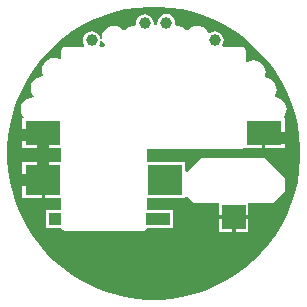
<source format=gbl>
G04 Layer_Physical_Order=2*
G04 Layer_Color=16711680*
%FSLAX25Y25*%
%MOIN*%
G70*
G01*
G75*
%ADD10C,0.03937*%
%ADD11C,0.00800*%
%ADD12R,0.11811X0.07874*%
%ADD13R,0.11811X0.09843*%
%ADD14R,0.07874X0.03937*%
%ADD15R,0.03937X0.03937*%
%ADD16R,0.07874X0.07874*%
%ADD17C,0.03937*%
%ADD18C,0.01000*%
G36*
X5841Y48419D02*
X9630Y47819D01*
X13360Y46924D01*
X17008Y45738D01*
X20553Y44270D01*
X23971Y42529D01*
X27242Y40524D01*
X30345Y38269D01*
X33262Y35778D01*
X35975Y33065D01*
X38466Y30148D01*
X40721Y27045D01*
X42726Y23774D01*
X44467Y20356D01*
X45935Y16812D01*
X47121Y13163D01*
X48016Y9433D01*
X48616Y5644D01*
X48917Y1820D01*
Y-2017D01*
X48616Y-5841D01*
X48016Y-9630D01*
X47121Y-13360D01*
X45935Y-17008D01*
X44467Y-20553D01*
X42726Y-23971D01*
X40721Y-27242D01*
X38466Y-30345D01*
X35975Y-33262D01*
X33262Y-35975D01*
X30345Y-38466D01*
X27242Y-40721D01*
X23971Y-42726D01*
X20553Y-44467D01*
X17008Y-45935D01*
X13360Y-47121D01*
X9630Y-48016D01*
X5841Y-48616D01*
X2017Y-48917D01*
X-1820D01*
X-5644Y-48616D01*
X-9433Y-48016D01*
X-13163Y-47121D01*
X-16812Y-45935D01*
X-20356Y-44467D01*
X-23774Y-42726D01*
X-27045Y-40721D01*
X-30148Y-38466D01*
X-33065Y-35975D01*
X-35778Y-33262D01*
X-38269Y-30345D01*
X-40524Y-27242D01*
X-42529Y-23971D01*
X-44270Y-20553D01*
X-45738Y-17008D01*
X-46924Y-13360D01*
X-47819Y-9630D01*
X-48419Y-5841D01*
X-48720Y-2017D01*
Y1820D01*
X-48419Y5644D01*
X-47819Y9433D01*
X-46924Y13163D01*
X-45738Y16812D01*
X-44270Y20356D01*
X-42529Y23774D01*
X-40524Y27045D01*
X-38269Y30148D01*
X-35778Y33065D01*
X-33065Y35778D01*
X-30148Y38269D01*
X-27045Y40524D01*
X-23774Y42529D01*
X-20356Y44270D01*
X-16812Y45738D01*
X-13163Y46924D01*
X-9433Y47819D01*
X-5644Y48419D01*
X-1820Y48720D01*
X2017D01*
X5841Y48419D01*
D02*
G37*
%LPC*%
G36*
X-37311Y-9457D02*
X-43716D01*
Y-14878D01*
X-37311D01*
Y-9457D01*
D02*
G37*
G36*
X31610Y-21858D02*
X27173D01*
Y-26295D01*
X31610D01*
Y-21858D01*
D02*
G37*
G36*
X26173D02*
X21736D01*
Y-26295D01*
X26173D01*
Y-21858D01*
D02*
G37*
G36*
X43716Y6095D02*
X37311D01*
Y1657D01*
X43716D01*
Y6095D01*
D02*
G37*
G36*
X4232Y46301D02*
X3457Y46199D01*
X2735Y45900D01*
X2115Y45424D01*
X1639Y44804D01*
X1340Y44082D01*
X1238Y43307D01*
X1292Y42896D01*
X915Y42511D01*
X379Y42504D01*
X-1Y42885D01*
X41Y43209D01*
X-61Y43984D01*
X-360Y44706D01*
X-836Y45326D01*
X-1456Y45802D01*
X-2178Y46101D01*
X-2953Y46203D01*
X-3728Y46101D01*
X-4450Y45802D01*
X-5070Y45326D01*
X-5546Y44706D01*
X-5845Y43984D01*
X-5947Y43209D01*
X-5911Y42933D01*
X-6234Y42471D01*
X-6307Y42461D01*
X-7265Y42335D01*
X-8227Y41937D01*
X-9053Y41303D01*
X-9380Y40877D01*
X-10010D01*
X-10337Y41303D01*
X-11163Y41937D01*
X-12124Y42335D01*
X-13156Y42471D01*
X-14188Y42335D01*
X-15150Y41937D01*
X-15975Y41303D01*
X-16609Y40478D01*
X-17007Y39516D01*
X-17143Y38484D01*
X-17007Y37452D01*
X-16609Y36491D01*
X-16136Y35874D01*
X-16382Y35374D01*
X-17830D01*
X-18077Y35874D01*
X-17978Y36003D01*
X-17679Y36725D01*
X-17577Y37500D01*
X-17679Y38275D01*
X-17978Y38997D01*
X-18454Y39617D01*
X-19074Y40093D01*
X-19796Y40392D01*
X-20571Y40494D01*
X-21346Y40392D01*
X-22068Y40093D01*
X-22688Y39617D01*
X-23164Y38997D01*
X-23463Y38275D01*
X-23565Y37500D01*
X-23463Y36725D01*
X-23164Y36003D01*
X-23065Y35874D01*
X-23311Y35374D01*
X-29528D01*
X-29994Y35281D01*
X-30390Y35016D01*
X-30655Y34620D01*
X-30748Y34154D01*
Y31335D01*
X-31248Y31140D01*
X-32137Y31508D01*
X-33169Y31644D01*
X-34201Y31508D01*
X-35163Y31110D01*
X-35988Y30477D01*
X-36622Y29651D01*
X-37020Y28689D01*
X-37156Y27657D01*
X-37020Y26626D01*
X-36773Y26028D01*
X-36808Y25905D01*
X-37102Y25517D01*
X-37941Y25406D01*
X-38903Y25008D01*
X-39729Y24374D01*
X-40362Y23549D01*
X-40760Y22587D01*
X-40896Y21555D01*
X-40760Y20523D01*
X-40362Y19562D01*
X-39944Y19017D01*
X-40215Y18548D01*
X-40256Y18554D01*
X-41288Y18418D01*
X-42249Y18020D01*
X-43075Y17386D01*
X-43709Y16560D01*
X-44107Y15599D01*
X-44243Y14567D01*
X-44107Y13535D01*
X-43709Y12573D01*
X-43293Y12032D01*
X-43539Y11531D01*
X-43815D01*
Y7095D01*
X-36909D01*
Y6594D01*
X-36409D01*
Y1657D01*
X-30748D01*
Y-3035D01*
X-36311D01*
Y-8957D01*
Y-14878D01*
X-30748D01*
Y-19031D01*
X-35842D01*
Y-24969D01*
X-30711D01*
X-30666Y-25193D01*
X-30445Y-25524D01*
X-30399Y-25555D01*
X-30390Y-25568D01*
X-29994Y-25832D01*
X-29528Y-25925D01*
X-3248D01*
X-2781Y-25832D01*
X-2385Y-25568D01*
X-2121Y-25172D01*
X-2080Y-24969D01*
X6512D01*
Y-19031D01*
X-2028D01*
Y-14976D01*
X10646D01*
Y-14600D01*
X11108Y-14408D01*
X13015Y-16316D01*
X13411Y-16580D01*
X13878Y-16673D01*
X21736D01*
Y-20858D01*
X31610D01*
Y-16673D01*
X39272D01*
X39739Y-16580D01*
X40135Y-16316D01*
X43481Y-12969D01*
X43745Y-12573D01*
X43838Y-12106D01*
Y-8760D01*
X43745Y-8293D01*
X43481Y-7897D01*
X37583Y-1999D01*
X37187Y-1734D01*
X36720Y-1641D01*
X16430D01*
X16201Y-1687D01*
X15972Y-1730D01*
X15968Y-1733D01*
X15963Y-1734D01*
X15769Y-1863D01*
X15574Y-1991D01*
X11107Y-6383D01*
X10646Y-6190D01*
Y-3134D01*
X-2028D01*
Y1437D01*
X29528D01*
X29994Y1530D01*
X30185Y1657D01*
X36311D01*
Y6594D01*
X36811D01*
Y7095D01*
X43716D01*
Y11531D01*
X43638D01*
X43391Y12032D01*
X43807Y12573D01*
X44205Y13535D01*
X44341Y14567D01*
X44205Y15599D01*
X43807Y16560D01*
X43174Y17386D01*
X42348Y18020D01*
X41386Y18418D01*
X40753Y18501D01*
X40532Y19035D01*
X40559Y19070D01*
X40957Y20031D01*
X41093Y21063D01*
X40957Y22095D01*
X40559Y23056D01*
X39925Y23882D01*
X39100Y24516D01*
X38138Y24914D01*
X37415Y25009D01*
X37086Y25523D01*
X37217Y25838D01*
X37353Y26870D01*
X37217Y27902D01*
X36819Y28863D01*
X36185Y29689D01*
X35360Y30323D01*
X34398Y30721D01*
X33366Y30857D01*
X32334Y30721D01*
X31373Y30323D01*
X31196Y30187D01*
X30748Y30409D01*
Y34154D01*
X30655Y34620D01*
X30390Y35016D01*
X29994Y35281D01*
X29528Y35374D01*
X23114D01*
X22868Y35874D01*
X22967Y36003D01*
X23266Y36725D01*
X23368Y37500D01*
X23266Y38275D01*
X22967Y38997D01*
X22491Y39617D01*
X21871Y40093D01*
X21149Y40392D01*
X20374Y40494D01*
X19599Y40392D01*
X18877Y40093D01*
X18648Y39917D01*
X18165Y40047D01*
X17987Y40478D01*
X17353Y41303D01*
X16527Y41937D01*
X15566Y42335D01*
X14534Y42471D01*
X13502Y42335D01*
X12541Y41937D01*
X11715Y41303D01*
X11388Y40877D01*
X10758D01*
X10431Y41303D01*
X9605Y41937D01*
X8643Y42335D01*
X7611Y42471D01*
X7175Y42918D01*
X7226Y43307D01*
X7124Y44082D01*
X6825Y44804D01*
X6349Y45424D01*
X5729Y45900D01*
X5007Y46199D01*
X4232Y46301D01*
D02*
G37*
G36*
X-37311Y-3035D02*
X-43716D01*
Y-8457D01*
X-37311D01*
Y-3035D01*
D02*
G37*
G36*
X-37409Y6095D02*
X-43815D01*
Y1657D01*
X-37409D01*
Y6095D01*
D02*
G37*
%LPD*%
D10*
X20374Y37500D02*
D03*
X-20571D02*
D03*
X-2953Y43209D02*
D03*
X4232Y43307D02*
D03*
D11*
X-30259Y-26124D02*
G03*
X-29528Y-26302I731J1419D01*
G01*
X-30259Y-26124D02*
G03*
X-29528Y-26302I731J1419D01*
G01*
X-3248D02*
G03*
X-2173Y-25886I0J1597D01*
G01*
X-3248Y-26302D02*
G03*
X-2173Y-25886I0J1597D01*
G01*
X-38780Y-27756D02*
X-22638Y-41142D01*
X-28500Y-36280D02*
Y-26302D01*
X-26500Y-37939D02*
Y-26302D01*
X-20500Y-41638D02*
Y-26302D01*
X-18500Y-42102D02*
Y-26302D01*
X-24500Y-39597D02*
Y-26302D01*
X-22500Y-41174D02*
Y-26302D01*
X-36500Y-29646D02*
Y-15278D01*
X-42973D02*
X-38780Y-27756D01*
X-38500Y-27988D02*
Y-15278D01*
X-32500Y-32963D02*
Y-25368D01*
X-30500Y-34622D02*
Y-25971D01*
X-34500Y-31305D02*
Y-25368D01*
X-26426Y-38000D02*
X26553D01*
X-28838Y-36000D02*
X29491D01*
X-31250Y-34000D02*
X32429D01*
X-22638Y-41142D02*
X-591Y-46260D01*
X-10325Y-44000D02*
X17739D01*
X-18941Y-42000D02*
X20677D01*
X-24015Y-40000D02*
X23615D01*
X-16500Y-42567D02*
Y-26302D01*
X-33662Y-32000D02*
X34036D01*
X-36073Y-30000D02*
X35270D01*
X-38485Y-28000D02*
X36505D01*
X-10500Y-43959D02*
Y-26302D01*
X-8500Y-44424D02*
Y-26302D01*
X-14500Y-43031D02*
Y-26302D01*
X-12500Y-43495D02*
Y-26302D01*
X-42500Y-16686D02*
Y-15278D01*
X-44747Y-10000D02*
X-44117D01*
X-40500Y-22637D02*
Y-15278D01*
X-36242Y-25368D02*
Y-18632D01*
X-41386Y-20000D02*
X-36242D01*
X-40714Y-22000D02*
X-36242D01*
X-46092Y-6000D02*
X-44117D01*
X-46752Y-4035D02*
X-44117Y-11877D01*
X-46500Y-4785D02*
Y-4035D01*
X-46752D02*
X-44117D01*
Y-11877D02*
Y-4035D01*
X-44500Y-10736D02*
Y-4035D01*
X-45419Y-8000D02*
X-44117D01*
X-39370Y-26000D02*
X-30461D01*
X-40042Y-24000D02*
X-36242D01*
Y-25368D02*
X-31102D01*
X-29528Y-26302D02*
X-3248D01*
X-31102Y-25886D02*
Y-25368D01*
Y-25886D02*
X-30624D01*
X-42059Y-18000D02*
X-31152D01*
X-36242Y-18632D02*
X-31152D01*
X-42973Y-15278D02*
X-31152D01*
X-42731Y-16000D02*
X-31152D01*
Y-18632D02*
Y-15278D01*
X-31124Y-18632D02*
Y-15278D01*
X-34500Y-18632D02*
Y-15278D01*
X-32500Y-18632D02*
Y-15278D01*
X-2500Y-45817D02*
Y-26116D01*
X-6500Y-44888D02*
Y-26302D01*
X-4500Y-45352D02*
Y-26302D01*
X-500Y-46252D02*
Y-25886D01*
X-591Y-46260D02*
X16732Y-44685D01*
X1500Y-46070D02*
Y-25368D01*
X-1710Y-46000D02*
X2268D01*
X3500Y-45888D02*
Y-25368D01*
X5500Y-45706D02*
Y-25368D01*
X7500Y-45524D02*
Y-17618D01*
X9500Y-45342D02*
Y-17618D01*
X11500Y-45161D02*
Y-17618D01*
X13500Y-44979D02*
Y-17618D01*
X15500Y-44797D02*
Y-17618D01*
X16732Y-44685D02*
X33071Y-33563D01*
X21500Y-41440D02*
Y-26695D01*
X23500Y-40078D02*
Y-26695D01*
X25500Y-38717D02*
Y-26695D01*
X27500Y-37355D02*
Y-26695D01*
X29500Y-35994D02*
Y-26695D01*
X31500Y-34632D02*
Y-26695D01*
X17500Y-44162D02*
Y-17618D01*
X19500Y-42801D02*
Y-17618D01*
X21336Y-26695D02*
Y-17618D01*
Y-26695D02*
X32010D01*
X33500Y-32868D02*
Y-17618D01*
X33071Y-33563D02*
X42913Y-17618D01*
X32010Y-26695D02*
Y-17618D01*
X35500Y-29628D02*
Y-17618D01*
X-2314Y-26000D02*
X21336D01*
X-2173Y-25886D02*
X-1280D01*
X-394D01*
Y-25368D01*
X6912D01*
X1500Y-18632D02*
Y-17618D01*
X-394Y-18632D02*
X6912D01*
X-394Y-18406D02*
Y-17618D01*
X3500Y-18632D02*
Y-17618D01*
X6912Y-25368D02*
Y-18632D01*
Y-24000D02*
X21336D01*
X5500Y-18632D02*
Y-17618D01*
X6912Y-22000D02*
X21336D01*
X32010Y-26000D02*
X37739D01*
X32010Y-24000D02*
X38974D01*
X32010Y-22000D02*
X40209D01*
X32010Y-20000D02*
X41443D01*
X-394Y-18000D02*
X21336D01*
X6912Y-20000D02*
X21336D01*
X-394Y-17618D02*
X21336D01*
X32010D02*
X42913D01*
X37500Y-26388D02*
Y-17618D01*
X39500Y-23148D02*
Y-17618D01*
X41500Y-19908D02*
Y-17618D01*
X32010Y-18000D02*
X42678D01*
D12*
X-36909Y6594D02*
D03*
X36811D02*
D03*
D13*
X-36811Y-8957D02*
D03*
X3740Y-9055D02*
D03*
D14*
X1575Y-22000D02*
D03*
D15*
X-32874D02*
D03*
D16*
X26673Y-21358D02*
D03*
D17*
X36811Y4822D02*
Y6594D01*
X-36909Y6029D02*
Y6594D01*
X-45091Y-9305D02*
Y-8957D01*
X-36909D01*
X-36811D02*
X-36024D01*
X-36909D02*
X-36811D01*
X-45798Y6029D02*
X-36909D01*
Y-8957D02*
Y6029D01*
X36811Y4822D02*
X45877D01*
D18*
X-43716Y-8957D02*
X-36811D01*
Y-14878D02*
Y-8957D01*
X26673Y-26295D02*
Y-21358D01*
X21736D02*
X26673D01*
X31610D01*
M02*

</source>
